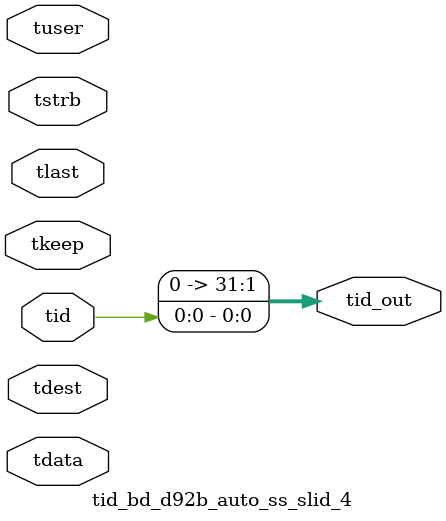
<source format=v>


`timescale 1ps/1ps

module tid_bd_d92b_auto_ss_slid_4 #
(
parameter C_S_AXIS_TID_WIDTH   = 1,
parameter C_S_AXIS_TUSER_WIDTH = 0,
parameter C_S_AXIS_TDATA_WIDTH = 0,
parameter C_S_AXIS_TDEST_WIDTH = 0,
parameter C_M_AXIS_TID_WIDTH   = 32
)
(
input  [(C_S_AXIS_TID_WIDTH   == 0 ? 1 : C_S_AXIS_TID_WIDTH)-1:0       ] tid,
input  [(C_S_AXIS_TDATA_WIDTH == 0 ? 1 : C_S_AXIS_TDATA_WIDTH)-1:0     ] tdata,
input  [(C_S_AXIS_TUSER_WIDTH == 0 ? 1 : C_S_AXIS_TUSER_WIDTH)-1:0     ] tuser,
input  [(C_S_AXIS_TDEST_WIDTH == 0 ? 1 : C_S_AXIS_TDEST_WIDTH)-1:0     ] tdest,
input  [(C_S_AXIS_TDATA_WIDTH/8)-1:0 ] tkeep,
input  [(C_S_AXIS_TDATA_WIDTH/8)-1:0 ] tstrb,
input                                                                    tlast,
output [(C_M_AXIS_TID_WIDTH   == 0 ? 1 : C_M_AXIS_TID_WIDTH)-1:0       ] tid_out
);

assign tid_out = {tid[0:0]};

endmodule


</source>
